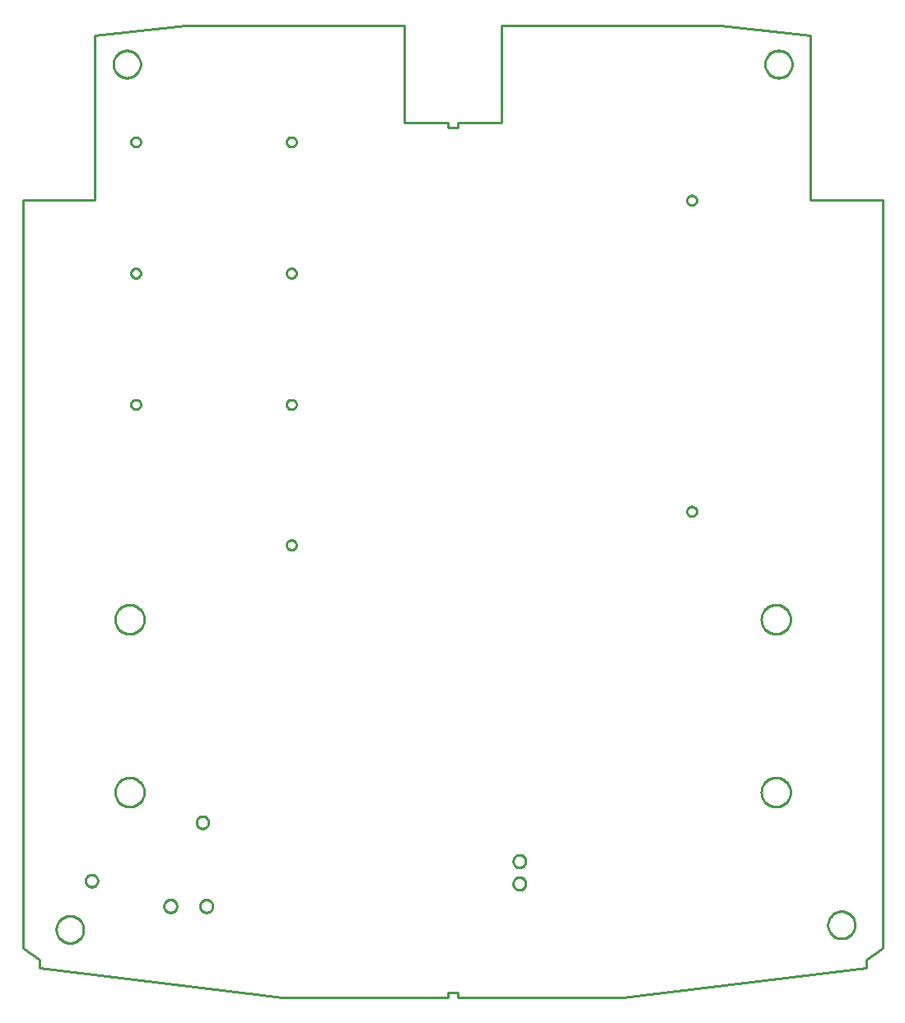
<source format=gbr>
G04 EAGLE Gerber X2 export*
%TF.Part,Single*%
%TF.FileFunction,Profile,NP*%
%TF.FilePolarity,Positive*%
%TF.GenerationSoftware,Autodesk,EAGLE,9.2.2*%
%TF.CreationDate,2019-01-20T22:07:49Z*%
G75*
%MOMM*%
%FSLAX34Y34*%
%LPD*%
%IN*%
%AMOC8*
5,1,8,0,0,1.08239X$1,22.5*%
G01*
%ADD10C,0.254000*%


D10*
X33000Y820000D02*
X33100Y50800D01*
X50000Y38900D01*
X50000Y30000D01*
X300000Y0D01*
X470000Y0D01*
X470000Y5000D01*
X480000Y5000D01*
X480000Y0D01*
X650000Y0D01*
X900000Y30000D01*
X900000Y38900D01*
X917000Y50800D01*
X917000Y820000D01*
X843000Y820000D01*
X843000Y990000D01*
X750000Y1000000D01*
X525000Y1000000D01*
X525000Y900000D01*
X480000Y900000D01*
X480000Y895000D01*
X470000Y895000D01*
X470000Y900000D01*
X425000Y900000D01*
X425000Y1000000D01*
X200000Y1000000D01*
X107000Y990000D01*
X107000Y820000D01*
X33000Y820000D01*
X304200Y744719D02*
X304263Y744161D01*
X304388Y743614D01*
X304573Y743084D01*
X304817Y742578D01*
X305116Y742102D01*
X305466Y741663D01*
X305863Y741266D01*
X306302Y740916D01*
X306778Y740617D01*
X307284Y740373D01*
X307814Y740188D01*
X308361Y740063D01*
X308919Y740000D01*
X309481Y740000D01*
X310039Y740063D01*
X310586Y740188D01*
X311116Y740373D01*
X311622Y740617D01*
X312098Y740916D01*
X312537Y741266D01*
X312934Y741663D01*
X313284Y742102D01*
X313583Y742578D01*
X313827Y743084D01*
X314012Y743614D01*
X314137Y744161D01*
X314200Y744719D01*
X314200Y745281D01*
X314137Y745839D01*
X314012Y746386D01*
X313827Y746916D01*
X313583Y747422D01*
X313284Y747898D01*
X312934Y748337D01*
X312537Y748734D01*
X312098Y749084D01*
X311622Y749383D01*
X311116Y749627D01*
X310586Y749812D01*
X310039Y749937D01*
X309481Y750000D01*
X308919Y750000D01*
X308361Y749937D01*
X307814Y749812D01*
X307284Y749627D01*
X306778Y749383D01*
X306302Y749084D01*
X305863Y748734D01*
X305466Y748337D01*
X305116Y747898D01*
X304817Y747422D01*
X304573Y746916D01*
X304388Y746386D01*
X304263Y745839D01*
X304200Y745281D01*
X304200Y744719D01*
X127800Y211636D02*
X127876Y212704D01*
X128029Y213765D01*
X128257Y214812D01*
X128559Y215840D01*
X128933Y216844D01*
X129378Y217819D01*
X129892Y218759D01*
X130471Y219660D01*
X131113Y220518D01*
X131815Y221328D01*
X132572Y222085D01*
X133382Y222787D01*
X134240Y223429D01*
X135141Y224008D01*
X136081Y224522D01*
X137056Y224967D01*
X138060Y225341D01*
X139088Y225643D01*
X140135Y225871D01*
X141196Y226024D01*
X142264Y226100D01*
X143336Y226100D01*
X144404Y226024D01*
X145465Y225871D01*
X146512Y225643D01*
X147540Y225341D01*
X148544Y224967D01*
X149519Y224522D01*
X150459Y224008D01*
X151360Y223429D01*
X152218Y222787D01*
X153028Y222085D01*
X153785Y221328D01*
X154487Y220518D01*
X155129Y219660D01*
X155708Y218759D01*
X156222Y217819D01*
X156667Y216844D01*
X157041Y215840D01*
X157343Y214812D01*
X157571Y213765D01*
X157724Y212704D01*
X157800Y211636D01*
X157800Y210564D01*
X157724Y209496D01*
X157571Y208435D01*
X157343Y207388D01*
X157041Y206360D01*
X156667Y205356D01*
X156222Y204381D01*
X155708Y203441D01*
X155129Y202540D01*
X154487Y201682D01*
X153785Y200872D01*
X153028Y200115D01*
X152218Y199413D01*
X151360Y198771D01*
X150459Y198192D01*
X149519Y197678D01*
X148544Y197233D01*
X147540Y196859D01*
X146512Y196557D01*
X145465Y196329D01*
X144404Y196176D01*
X143336Y196100D01*
X142264Y196100D01*
X141196Y196176D01*
X140135Y196329D01*
X139088Y196557D01*
X138060Y196859D01*
X137056Y197233D01*
X136081Y197678D01*
X135141Y198192D01*
X134240Y198771D01*
X133382Y199413D01*
X132572Y200115D01*
X131815Y200872D01*
X131113Y201682D01*
X130471Y202540D01*
X129892Y203441D01*
X129378Y204381D01*
X128933Y205356D01*
X128559Y206360D01*
X128257Y207388D01*
X128029Y208435D01*
X127876Y209496D01*
X127800Y210564D01*
X127800Y211636D01*
X127800Y389436D02*
X127876Y390504D01*
X128029Y391565D01*
X128257Y392612D01*
X128559Y393640D01*
X128933Y394644D01*
X129378Y395619D01*
X129892Y396559D01*
X130471Y397460D01*
X131113Y398318D01*
X131815Y399128D01*
X132572Y399885D01*
X133382Y400587D01*
X134240Y401229D01*
X135141Y401808D01*
X136081Y402322D01*
X137056Y402767D01*
X138060Y403141D01*
X139088Y403443D01*
X140135Y403671D01*
X141196Y403824D01*
X142264Y403900D01*
X143336Y403900D01*
X144404Y403824D01*
X145465Y403671D01*
X146512Y403443D01*
X147540Y403141D01*
X148544Y402767D01*
X149519Y402322D01*
X150459Y401808D01*
X151360Y401229D01*
X152218Y400587D01*
X153028Y399885D01*
X153785Y399128D01*
X154487Y398318D01*
X155129Y397460D01*
X155708Y396559D01*
X156222Y395619D01*
X156667Y394644D01*
X157041Y393640D01*
X157343Y392612D01*
X157571Y391565D01*
X157724Y390504D01*
X157800Y389436D01*
X157800Y388364D01*
X157724Y387296D01*
X157571Y386235D01*
X157343Y385188D01*
X157041Y384160D01*
X156667Y383156D01*
X156222Y382181D01*
X155708Y381241D01*
X155129Y380340D01*
X154487Y379482D01*
X153785Y378672D01*
X153028Y377915D01*
X152218Y377213D01*
X151360Y376571D01*
X150459Y375992D01*
X149519Y375478D01*
X148544Y375033D01*
X147540Y374659D01*
X146512Y374357D01*
X145465Y374129D01*
X144404Y373976D01*
X143336Y373900D01*
X142264Y373900D01*
X141196Y373976D01*
X140135Y374129D01*
X139088Y374357D01*
X138060Y374659D01*
X137056Y375033D01*
X136081Y375478D01*
X135141Y375992D01*
X134240Y376571D01*
X133382Y377213D01*
X132572Y377915D01*
X131815Y378672D01*
X131113Y379482D01*
X130471Y380340D01*
X129892Y381241D01*
X129378Y382181D01*
X128933Y383156D01*
X128559Y384160D01*
X128257Y385188D01*
X128029Y386235D01*
X127876Y387296D01*
X127800Y388364D01*
X127800Y389436D01*
X304200Y879719D02*
X304263Y879161D01*
X304388Y878614D01*
X304573Y878084D01*
X304817Y877578D01*
X305116Y877102D01*
X305466Y876663D01*
X305863Y876266D01*
X306302Y875916D01*
X306778Y875617D01*
X307284Y875373D01*
X307814Y875188D01*
X308361Y875063D01*
X308919Y875000D01*
X309481Y875000D01*
X310039Y875063D01*
X310586Y875188D01*
X311116Y875373D01*
X311622Y875617D01*
X312098Y875916D01*
X312537Y876266D01*
X312934Y876663D01*
X313284Y877102D01*
X313583Y877578D01*
X313827Y878084D01*
X314012Y878614D01*
X314137Y879161D01*
X314200Y879719D01*
X314200Y880281D01*
X314137Y880839D01*
X314012Y881386D01*
X313827Y881916D01*
X313583Y882422D01*
X313284Y882898D01*
X312934Y883337D01*
X312537Y883734D01*
X312098Y884084D01*
X311622Y884383D01*
X311116Y884627D01*
X310586Y884812D01*
X310039Y884937D01*
X309481Y885000D01*
X308919Y885000D01*
X308361Y884937D01*
X307814Y884812D01*
X307284Y884627D01*
X306778Y884383D01*
X306302Y884084D01*
X305863Y883734D01*
X305466Y883337D01*
X305116Y882898D01*
X304817Y882422D01*
X304573Y881916D01*
X304388Y881386D01*
X304263Y880839D01*
X304200Y880281D01*
X304200Y879719D01*
X154200Y880281D02*
X154137Y880839D01*
X154012Y881386D01*
X153827Y881916D01*
X153583Y882422D01*
X153284Y882898D01*
X152934Y883337D01*
X152537Y883734D01*
X152098Y884084D01*
X151622Y884383D01*
X151116Y884627D01*
X150586Y884812D01*
X150039Y884937D01*
X149481Y885000D01*
X148919Y885000D01*
X148361Y884937D01*
X147814Y884812D01*
X147284Y884627D01*
X146778Y884383D01*
X146302Y884084D01*
X145863Y883734D01*
X145466Y883337D01*
X145116Y882898D01*
X144817Y882422D01*
X144573Y881916D01*
X144388Y881386D01*
X144263Y880839D01*
X144200Y880281D01*
X144200Y879719D01*
X144263Y879161D01*
X144388Y878614D01*
X144573Y878084D01*
X144817Y877578D01*
X145116Y877102D01*
X145466Y876663D01*
X145863Y876266D01*
X146302Y875916D01*
X146778Y875617D01*
X147284Y875373D01*
X147814Y875188D01*
X148361Y875063D01*
X148919Y875000D01*
X149481Y875000D01*
X150039Y875063D01*
X150586Y875188D01*
X151116Y875373D01*
X151622Y875617D01*
X152098Y875916D01*
X152537Y876266D01*
X152934Y876663D01*
X153284Y877102D01*
X153583Y877578D01*
X153827Y878084D01*
X154012Y878614D01*
X154137Y879161D01*
X154200Y879719D01*
X154200Y880281D01*
X822300Y388364D02*
X822224Y387296D01*
X822071Y386235D01*
X821843Y385188D01*
X821541Y384160D01*
X821167Y383156D01*
X820722Y382181D01*
X820208Y381241D01*
X819629Y380340D01*
X818987Y379482D01*
X818285Y378672D01*
X817528Y377915D01*
X816718Y377213D01*
X815860Y376571D01*
X814959Y375992D01*
X814019Y375478D01*
X813044Y375033D01*
X812040Y374659D01*
X811012Y374357D01*
X809965Y374129D01*
X808904Y373976D01*
X807836Y373900D01*
X806764Y373900D01*
X805696Y373976D01*
X804635Y374129D01*
X803588Y374357D01*
X802560Y374659D01*
X801556Y375033D01*
X800581Y375478D01*
X799641Y375992D01*
X798740Y376571D01*
X797882Y377213D01*
X797072Y377915D01*
X796315Y378672D01*
X795613Y379482D01*
X794971Y380340D01*
X794392Y381241D01*
X793878Y382181D01*
X793433Y383156D01*
X793059Y384160D01*
X792757Y385188D01*
X792529Y386235D01*
X792376Y387296D01*
X792300Y388364D01*
X792300Y389436D01*
X792376Y390504D01*
X792529Y391565D01*
X792757Y392612D01*
X793059Y393640D01*
X793433Y394644D01*
X793878Y395619D01*
X794392Y396559D01*
X794971Y397460D01*
X795613Y398318D01*
X796315Y399128D01*
X797072Y399885D01*
X797882Y400587D01*
X798740Y401229D01*
X799641Y401808D01*
X800581Y402322D01*
X801556Y402767D01*
X802560Y403141D01*
X803588Y403443D01*
X804635Y403671D01*
X805696Y403824D01*
X806764Y403900D01*
X807836Y403900D01*
X808904Y403824D01*
X809965Y403671D01*
X811012Y403443D01*
X812040Y403141D01*
X813044Y402767D01*
X814019Y402322D01*
X814959Y401808D01*
X815860Y401229D01*
X816718Y400587D01*
X817528Y399885D01*
X818285Y399128D01*
X818987Y398318D01*
X819629Y397460D01*
X820208Y396559D01*
X820722Y395619D01*
X821167Y394644D01*
X821541Y393640D01*
X821843Y392612D01*
X822071Y391565D01*
X822224Y390504D01*
X822300Y389436D01*
X822300Y388364D01*
X822300Y210564D02*
X822224Y209496D01*
X822071Y208435D01*
X821843Y207388D01*
X821541Y206360D01*
X821167Y205356D01*
X820722Y204381D01*
X820208Y203441D01*
X819629Y202540D01*
X818987Y201682D01*
X818285Y200872D01*
X817528Y200115D01*
X816718Y199413D01*
X815860Y198771D01*
X814959Y198192D01*
X814019Y197678D01*
X813044Y197233D01*
X812040Y196859D01*
X811012Y196557D01*
X809965Y196329D01*
X808904Y196176D01*
X807836Y196100D01*
X806764Y196100D01*
X805696Y196176D01*
X804635Y196329D01*
X803588Y196557D01*
X802560Y196859D01*
X801556Y197233D01*
X800581Y197678D01*
X799641Y198192D01*
X798740Y198771D01*
X797882Y199413D01*
X797072Y200115D01*
X796315Y200872D01*
X795613Y201682D01*
X794971Y202540D01*
X794392Y203441D01*
X793878Y204381D01*
X793433Y205356D01*
X793059Y206360D01*
X792757Y207388D01*
X792529Y208435D01*
X792376Y209496D01*
X792300Y210564D01*
X792300Y211636D01*
X792376Y212704D01*
X792529Y213765D01*
X792757Y214812D01*
X793059Y215840D01*
X793433Y216844D01*
X793878Y217819D01*
X794392Y218759D01*
X794971Y219660D01*
X795613Y220518D01*
X796315Y221328D01*
X797072Y222085D01*
X797882Y222787D01*
X798740Y223429D01*
X799641Y224008D01*
X800581Y224522D01*
X801556Y224967D01*
X802560Y225341D01*
X803588Y225643D01*
X804635Y225871D01*
X805696Y226024D01*
X806764Y226100D01*
X807836Y226100D01*
X808904Y226024D01*
X809965Y225871D01*
X811012Y225643D01*
X812040Y225341D01*
X813044Y224967D01*
X814019Y224522D01*
X814959Y224008D01*
X815860Y223429D01*
X816718Y222787D01*
X817528Y222085D01*
X818285Y221328D01*
X818987Y220518D01*
X819629Y219660D01*
X820208Y218759D01*
X820722Y217819D01*
X821167Y216844D01*
X821541Y215840D01*
X821843Y214812D01*
X822071Y213765D01*
X822224Y212704D01*
X822300Y211636D01*
X822300Y210564D01*
X720519Y825000D02*
X719961Y824937D01*
X719414Y824812D01*
X718884Y824627D01*
X718378Y824383D01*
X717902Y824084D01*
X717463Y823734D01*
X717066Y823337D01*
X716716Y822898D01*
X716417Y822422D01*
X716173Y821916D01*
X715988Y821386D01*
X715863Y820839D01*
X715800Y820281D01*
X715800Y819719D01*
X715863Y819161D01*
X715988Y818614D01*
X716173Y818084D01*
X716417Y817578D01*
X716716Y817102D01*
X717066Y816663D01*
X717463Y816266D01*
X717902Y815916D01*
X718378Y815617D01*
X718884Y815373D01*
X719414Y815188D01*
X719961Y815063D01*
X720519Y815000D01*
X721081Y815000D01*
X721639Y815063D01*
X722186Y815188D01*
X722716Y815373D01*
X723222Y815617D01*
X723698Y815916D01*
X724137Y816266D01*
X724534Y816663D01*
X724884Y817102D01*
X725183Y817578D01*
X725427Y818084D01*
X725612Y818614D01*
X725737Y819161D01*
X725800Y819719D01*
X725800Y820281D01*
X725737Y820839D01*
X725612Y821386D01*
X725427Y821916D01*
X725183Y822422D01*
X724884Y822898D01*
X724534Y823337D01*
X724137Y823734D01*
X723698Y824084D01*
X723222Y824383D01*
X722716Y824627D01*
X722186Y824812D01*
X721639Y824937D01*
X721081Y825000D01*
X720519Y825000D01*
X314200Y465681D02*
X314137Y466239D01*
X314012Y466786D01*
X313827Y467316D01*
X313583Y467822D01*
X313284Y468298D01*
X312934Y468737D01*
X312537Y469134D01*
X312098Y469484D01*
X311622Y469783D01*
X311116Y470027D01*
X310586Y470212D01*
X310039Y470337D01*
X309481Y470400D01*
X308919Y470400D01*
X308361Y470337D01*
X307814Y470212D01*
X307284Y470027D01*
X306778Y469783D01*
X306302Y469484D01*
X305863Y469134D01*
X305466Y468737D01*
X305116Y468298D01*
X304817Y467822D01*
X304573Y467316D01*
X304388Y466786D01*
X304263Y466239D01*
X304200Y465681D01*
X304200Y465119D01*
X304263Y464561D01*
X304388Y464014D01*
X304573Y463484D01*
X304817Y462978D01*
X305116Y462502D01*
X305466Y462063D01*
X305863Y461666D01*
X306302Y461316D01*
X306778Y461017D01*
X307284Y460773D01*
X307814Y460588D01*
X308361Y460463D01*
X308919Y460400D01*
X309481Y460400D01*
X310039Y460463D01*
X310586Y460588D01*
X311116Y460773D01*
X311622Y461017D01*
X312098Y461316D01*
X312537Y461666D01*
X312934Y462063D01*
X313284Y462502D01*
X313583Y462978D01*
X313827Y463484D01*
X314012Y464014D01*
X314137Y464561D01*
X314200Y465119D01*
X314200Y465681D01*
X154200Y745281D02*
X154137Y745839D01*
X154012Y746386D01*
X153827Y746916D01*
X153583Y747422D01*
X153284Y747898D01*
X152934Y748337D01*
X152537Y748734D01*
X152098Y749084D01*
X151622Y749383D01*
X151116Y749627D01*
X150586Y749812D01*
X150039Y749937D01*
X149481Y750000D01*
X148919Y750000D01*
X148361Y749937D01*
X147814Y749812D01*
X147284Y749627D01*
X146778Y749383D01*
X146302Y749084D01*
X145863Y748734D01*
X145466Y748337D01*
X145116Y747898D01*
X144817Y747422D01*
X144573Y746916D01*
X144388Y746386D01*
X144263Y745839D01*
X144200Y745281D01*
X144200Y744719D01*
X144263Y744161D01*
X144388Y743614D01*
X144573Y743084D01*
X144817Y742578D01*
X145116Y742102D01*
X145466Y741663D01*
X145863Y741266D01*
X146302Y740916D01*
X146778Y740617D01*
X147284Y740373D01*
X147814Y740188D01*
X148361Y740063D01*
X148919Y740000D01*
X149481Y740000D01*
X150039Y740063D01*
X150586Y740188D01*
X151116Y740373D01*
X151622Y740617D01*
X152098Y740916D01*
X152537Y741266D01*
X152934Y741663D01*
X153284Y742102D01*
X153583Y742578D01*
X153827Y743084D01*
X154012Y743614D01*
X154137Y744161D01*
X154200Y744719D01*
X154200Y745281D01*
X725800Y500281D02*
X725737Y500839D01*
X725612Y501386D01*
X725427Y501916D01*
X725183Y502422D01*
X724884Y502898D01*
X724534Y503337D01*
X724137Y503734D01*
X723698Y504084D01*
X723222Y504383D01*
X722716Y504627D01*
X722186Y504812D01*
X721639Y504937D01*
X721081Y505000D01*
X720519Y505000D01*
X719961Y504937D01*
X719414Y504812D01*
X718884Y504627D01*
X718378Y504383D01*
X717902Y504084D01*
X717463Y503734D01*
X717066Y503337D01*
X716716Y502898D01*
X716417Y502422D01*
X716173Y501916D01*
X715988Y501386D01*
X715863Y500839D01*
X715800Y500281D01*
X715800Y499719D01*
X715863Y499161D01*
X715988Y498614D01*
X716173Y498084D01*
X716417Y497578D01*
X716716Y497102D01*
X717066Y496663D01*
X717463Y496266D01*
X717902Y495916D01*
X718378Y495617D01*
X718884Y495373D01*
X719414Y495188D01*
X719961Y495063D01*
X720519Y495000D01*
X721081Y495000D01*
X721639Y495063D01*
X722186Y495188D01*
X722716Y495373D01*
X723222Y495617D01*
X723698Y495916D01*
X724137Y496266D01*
X724534Y496663D01*
X724884Y497102D01*
X725183Y497578D01*
X725427Y498084D01*
X725612Y498614D01*
X725737Y499161D01*
X725800Y499719D01*
X725800Y500281D01*
X110050Y119649D02*
X109971Y118951D01*
X109815Y118267D01*
X109583Y117604D01*
X109279Y116972D01*
X108905Y116378D01*
X108468Y115829D01*
X107971Y115332D01*
X107422Y114895D01*
X106828Y114521D01*
X106196Y114217D01*
X105533Y113985D01*
X104849Y113829D01*
X104151Y113750D01*
X103449Y113750D01*
X102751Y113829D01*
X102067Y113985D01*
X101404Y114217D01*
X100772Y114521D01*
X100178Y114895D01*
X99629Y115332D01*
X99132Y115829D01*
X98695Y116378D01*
X98321Y116972D01*
X98017Y117604D01*
X97785Y118267D01*
X97629Y118951D01*
X97550Y119649D01*
X97550Y120351D01*
X97629Y121049D01*
X97785Y121733D01*
X98017Y122396D01*
X98321Y123028D01*
X98695Y123622D01*
X99132Y124171D01*
X99629Y124668D01*
X100178Y125105D01*
X100772Y125479D01*
X101404Y125783D01*
X102067Y126015D01*
X102751Y126171D01*
X103449Y126250D01*
X104151Y126250D01*
X104849Y126171D01*
X105533Y126015D01*
X106196Y125783D01*
X106828Y125479D01*
X107422Y125105D01*
X107971Y124668D01*
X108468Y124171D01*
X108905Y123622D01*
X109279Y123028D01*
X109583Y122396D01*
X109815Y121733D01*
X109971Y121049D01*
X110050Y120351D01*
X110050Y119649D01*
X224050Y179649D02*
X223971Y178951D01*
X223815Y178267D01*
X223583Y177604D01*
X223279Y176972D01*
X222905Y176378D01*
X222468Y175829D01*
X221971Y175332D01*
X221422Y174895D01*
X220828Y174521D01*
X220196Y174217D01*
X219533Y173985D01*
X218849Y173829D01*
X218151Y173750D01*
X217449Y173750D01*
X216751Y173829D01*
X216067Y173985D01*
X215404Y174217D01*
X214772Y174521D01*
X214178Y174895D01*
X213629Y175332D01*
X213132Y175829D01*
X212695Y176378D01*
X212321Y176972D01*
X212017Y177604D01*
X211785Y178267D01*
X211629Y178951D01*
X211550Y179649D01*
X211550Y180351D01*
X211629Y181049D01*
X211785Y181733D01*
X212017Y182396D01*
X212321Y183028D01*
X212695Y183622D01*
X213132Y184171D01*
X213629Y184668D01*
X214178Y185105D01*
X214772Y185479D01*
X215404Y185783D01*
X216067Y186015D01*
X216751Y186171D01*
X217449Y186250D01*
X218151Y186250D01*
X218849Y186171D01*
X219533Y186015D01*
X220196Y185783D01*
X220828Y185479D01*
X221422Y185105D01*
X221971Y184668D01*
X222468Y184171D01*
X222905Y183622D01*
X223279Y183028D01*
X223583Y182396D01*
X223815Y181733D01*
X223971Y181049D01*
X224050Y180351D01*
X224050Y179649D01*
X154000Y959500D02*
X153929Y958503D01*
X153786Y957513D01*
X153574Y956536D01*
X153292Y955576D01*
X152943Y954639D01*
X152527Y953729D01*
X152048Y952852D01*
X151507Y952010D01*
X150908Y951210D01*
X150253Y950454D01*
X149546Y949747D01*
X148790Y949092D01*
X147990Y948493D01*
X147148Y947952D01*
X146271Y947473D01*
X145361Y947057D01*
X144424Y946708D01*
X143465Y946426D01*
X142487Y946214D01*
X141498Y946071D01*
X140500Y946000D01*
X139500Y946000D01*
X138503Y946071D01*
X137513Y946214D01*
X136536Y946426D01*
X135576Y946708D01*
X134639Y947057D01*
X133729Y947473D01*
X132852Y947952D01*
X132010Y948493D01*
X131210Y949092D01*
X130454Y949747D01*
X129747Y950454D01*
X129092Y951210D01*
X128493Y952010D01*
X127952Y952852D01*
X127473Y953729D01*
X127057Y954639D01*
X126708Y955576D01*
X126426Y956536D01*
X126214Y957513D01*
X126071Y958503D01*
X126000Y959500D01*
X126000Y960500D01*
X126071Y961498D01*
X126214Y962487D01*
X126426Y963465D01*
X126708Y964424D01*
X127057Y965361D01*
X127473Y966271D01*
X127952Y967148D01*
X128493Y967990D01*
X129092Y968790D01*
X129747Y969546D01*
X130454Y970253D01*
X131210Y970908D01*
X132010Y971507D01*
X132852Y972048D01*
X133729Y972527D01*
X134639Y972943D01*
X135576Y973292D01*
X136536Y973574D01*
X137513Y973786D01*
X138503Y973929D01*
X139500Y974000D01*
X140500Y974000D01*
X141498Y973929D01*
X142487Y973786D01*
X143465Y973574D01*
X144424Y973292D01*
X145361Y972943D01*
X146271Y972527D01*
X147148Y972048D01*
X147990Y971507D01*
X148790Y970908D01*
X149546Y970253D01*
X150253Y969546D01*
X150908Y968790D01*
X151507Y967990D01*
X152048Y967148D01*
X152527Y966271D01*
X152943Y965361D01*
X153292Y964424D01*
X153574Y963465D01*
X153786Y962487D01*
X153929Y961498D01*
X154000Y960500D01*
X154000Y959500D01*
X824000Y959500D02*
X823929Y958503D01*
X823786Y957513D01*
X823574Y956536D01*
X823292Y955576D01*
X822943Y954639D01*
X822527Y953729D01*
X822048Y952852D01*
X821507Y952010D01*
X820908Y951210D01*
X820253Y950454D01*
X819546Y949747D01*
X818790Y949092D01*
X817990Y948493D01*
X817148Y947952D01*
X816271Y947473D01*
X815361Y947057D01*
X814424Y946708D01*
X813465Y946426D01*
X812487Y946214D01*
X811498Y946071D01*
X810500Y946000D01*
X809500Y946000D01*
X808503Y946071D01*
X807513Y946214D01*
X806536Y946426D01*
X805576Y946708D01*
X804639Y947057D01*
X803729Y947473D01*
X802852Y947952D01*
X802010Y948493D01*
X801210Y949092D01*
X800454Y949747D01*
X799747Y950454D01*
X799092Y951210D01*
X798493Y952010D01*
X797952Y952852D01*
X797473Y953729D01*
X797057Y954639D01*
X796708Y955576D01*
X796426Y956536D01*
X796214Y957513D01*
X796071Y958503D01*
X796000Y959500D01*
X796000Y960500D01*
X796071Y961498D01*
X796214Y962487D01*
X796426Y963465D01*
X796708Y964424D01*
X797057Y965361D01*
X797473Y966271D01*
X797952Y967148D01*
X798493Y967990D01*
X799092Y968790D01*
X799747Y969546D01*
X800454Y970253D01*
X801210Y970908D01*
X802010Y971507D01*
X802852Y972048D01*
X803729Y972527D01*
X804639Y972943D01*
X805576Y973292D01*
X806536Y973574D01*
X807513Y973786D01*
X808503Y973929D01*
X809500Y974000D01*
X810500Y974000D01*
X811498Y973929D01*
X812487Y973786D01*
X813465Y973574D01*
X814424Y973292D01*
X815361Y972943D01*
X816271Y972527D01*
X817148Y972048D01*
X817990Y971507D01*
X818790Y970908D01*
X819546Y970253D01*
X820253Y969546D01*
X820908Y968790D01*
X821507Y967990D01*
X822048Y967148D01*
X822527Y966271D01*
X822943Y965361D01*
X823292Y964424D01*
X823574Y963465D01*
X823786Y962487D01*
X823929Y961498D01*
X824000Y960500D01*
X824000Y959500D01*
X154200Y610281D02*
X154137Y610839D01*
X154012Y611386D01*
X153827Y611916D01*
X153583Y612422D01*
X153284Y612898D01*
X152934Y613337D01*
X152537Y613734D01*
X152098Y614084D01*
X151622Y614383D01*
X151116Y614627D01*
X150586Y614812D01*
X150039Y614937D01*
X149481Y615000D01*
X148919Y615000D01*
X148361Y614937D01*
X147814Y614812D01*
X147284Y614627D01*
X146778Y614383D01*
X146302Y614084D01*
X145863Y613734D01*
X145466Y613337D01*
X145116Y612898D01*
X144817Y612422D01*
X144573Y611916D01*
X144388Y611386D01*
X144263Y610839D01*
X144200Y610281D01*
X144200Y609719D01*
X144263Y609161D01*
X144388Y608614D01*
X144573Y608084D01*
X144817Y607578D01*
X145116Y607102D01*
X145466Y606663D01*
X145863Y606266D01*
X146302Y605916D01*
X146778Y605617D01*
X147284Y605373D01*
X147814Y605188D01*
X148361Y605063D01*
X148919Y605000D01*
X149481Y605000D01*
X150039Y605063D01*
X150586Y605188D01*
X151116Y605373D01*
X151622Y605617D01*
X152098Y605916D01*
X152537Y606266D01*
X152934Y606663D01*
X153284Y607102D01*
X153583Y607578D01*
X153827Y608084D01*
X154012Y608614D01*
X154137Y609161D01*
X154200Y609719D01*
X154200Y610281D01*
X304200Y609719D02*
X304263Y609161D01*
X304388Y608614D01*
X304573Y608084D01*
X304817Y607578D01*
X305116Y607102D01*
X305466Y606663D01*
X305863Y606266D01*
X306302Y605916D01*
X306778Y605617D01*
X307284Y605373D01*
X307814Y605188D01*
X308361Y605063D01*
X308919Y605000D01*
X309481Y605000D01*
X310039Y605063D01*
X310586Y605188D01*
X311116Y605373D01*
X311622Y605617D01*
X312098Y605916D01*
X312537Y606266D01*
X312934Y606663D01*
X313284Y607102D01*
X313583Y607578D01*
X313827Y608084D01*
X314012Y608614D01*
X314137Y609161D01*
X314200Y609719D01*
X314200Y610281D01*
X314137Y610839D01*
X314012Y611386D01*
X313827Y611916D01*
X313583Y612422D01*
X313284Y612898D01*
X312934Y613337D01*
X312537Y613734D01*
X312098Y614084D01*
X311622Y614383D01*
X311116Y614627D01*
X310586Y614812D01*
X310039Y614937D01*
X309481Y615000D01*
X308919Y615000D01*
X308361Y614937D01*
X307814Y614812D01*
X307284Y614627D01*
X306778Y614383D01*
X306302Y614084D01*
X305863Y613734D01*
X305466Y613337D01*
X305116Y612898D01*
X304817Y612422D01*
X304573Y611916D01*
X304388Y611386D01*
X304263Y610839D01*
X304200Y610281D01*
X304200Y609719D01*
X95480Y69380D02*
X95409Y68383D01*
X95266Y67393D01*
X95054Y66416D01*
X94772Y65456D01*
X94423Y64519D01*
X94007Y63609D01*
X93528Y62732D01*
X92987Y61890D01*
X92388Y61090D01*
X91733Y60334D01*
X91026Y59627D01*
X90270Y58972D01*
X89470Y58373D01*
X88628Y57832D01*
X87751Y57353D01*
X86841Y56937D01*
X85904Y56588D01*
X84945Y56306D01*
X83967Y56094D01*
X82978Y55951D01*
X81980Y55880D01*
X80980Y55880D01*
X79983Y55951D01*
X78993Y56094D01*
X78016Y56306D01*
X77056Y56588D01*
X76119Y56937D01*
X75209Y57353D01*
X74332Y57832D01*
X73490Y58373D01*
X72690Y58972D01*
X71934Y59627D01*
X71227Y60334D01*
X70572Y61090D01*
X69973Y61890D01*
X69432Y62732D01*
X68953Y63609D01*
X68537Y64519D01*
X68188Y65456D01*
X67906Y66416D01*
X67694Y67393D01*
X67551Y68383D01*
X67480Y69380D01*
X67480Y70380D01*
X67551Y71378D01*
X67694Y72367D01*
X67906Y73345D01*
X68188Y74304D01*
X68537Y75241D01*
X68953Y76151D01*
X69432Y77028D01*
X69973Y77870D01*
X70572Y78670D01*
X71227Y79426D01*
X71934Y80133D01*
X72690Y80788D01*
X73490Y81387D01*
X74332Y81928D01*
X75209Y82407D01*
X76119Y82823D01*
X77056Y83172D01*
X78016Y83454D01*
X78993Y83666D01*
X79983Y83809D01*
X80980Y83880D01*
X81980Y83880D01*
X82978Y83809D01*
X83967Y83666D01*
X84945Y83454D01*
X85904Y83172D01*
X86841Y82823D01*
X87751Y82407D01*
X88628Y81928D01*
X89470Y81387D01*
X90270Y80788D01*
X91026Y80133D01*
X91733Y79426D01*
X92388Y78670D01*
X92987Y77870D01*
X93528Y77028D01*
X94007Y76151D01*
X94423Y75241D01*
X94772Y74304D01*
X95054Y73345D01*
X95266Y72367D01*
X95409Y71378D01*
X95480Y70380D01*
X95480Y69380D01*
X888680Y74000D02*
X888609Y73003D01*
X888466Y72013D01*
X888254Y71036D01*
X887972Y70076D01*
X887623Y69139D01*
X887207Y68229D01*
X886728Y67352D01*
X886187Y66510D01*
X885588Y65710D01*
X884933Y64954D01*
X884226Y64247D01*
X883470Y63592D01*
X882670Y62993D01*
X881828Y62452D01*
X880951Y61973D01*
X880041Y61557D01*
X879104Y61208D01*
X878145Y60926D01*
X877167Y60714D01*
X876178Y60571D01*
X875180Y60500D01*
X874180Y60500D01*
X873183Y60571D01*
X872193Y60714D01*
X871216Y60926D01*
X870256Y61208D01*
X869319Y61557D01*
X868409Y61973D01*
X867532Y62452D01*
X866690Y62993D01*
X865890Y63592D01*
X865134Y64247D01*
X864427Y64954D01*
X863772Y65710D01*
X863173Y66510D01*
X862632Y67352D01*
X862153Y68229D01*
X861737Y69139D01*
X861388Y70076D01*
X861106Y71036D01*
X860894Y72013D01*
X860751Y73003D01*
X860680Y74000D01*
X860680Y75000D01*
X860751Y75998D01*
X860894Y76987D01*
X861106Y77965D01*
X861388Y78924D01*
X861737Y79861D01*
X862153Y80771D01*
X862632Y81648D01*
X863173Y82490D01*
X863772Y83290D01*
X864427Y84046D01*
X865134Y84753D01*
X865890Y85408D01*
X866690Y86007D01*
X867532Y86548D01*
X868409Y87027D01*
X869319Y87443D01*
X870256Y87792D01*
X871216Y88074D01*
X872193Y88286D01*
X873183Y88429D01*
X874180Y88500D01*
X875180Y88500D01*
X876178Y88429D01*
X877167Y88286D01*
X878145Y88074D01*
X879104Y87792D01*
X880041Y87443D01*
X880951Y87027D01*
X881828Y86548D01*
X882670Y86007D01*
X883470Y85408D01*
X884226Y84753D01*
X884933Y84046D01*
X885588Y83290D01*
X886187Y82490D01*
X886728Y81648D01*
X887207Y80771D01*
X887623Y79861D01*
X887972Y78924D01*
X888254Y77965D01*
X888466Y76987D01*
X888609Y75998D01*
X888680Y75000D01*
X888680Y74000D01*
X191280Y93621D02*
X191217Y92985D01*
X191093Y92359D01*
X190907Y91748D01*
X190663Y91158D01*
X190362Y90594D01*
X190007Y90063D01*
X189602Y89570D01*
X189150Y89118D01*
X188657Y88713D01*
X188126Y88358D01*
X187562Y88057D01*
X186972Y87813D01*
X186361Y87627D01*
X185735Y87503D01*
X185099Y87440D01*
X184461Y87440D01*
X183825Y87503D01*
X183199Y87627D01*
X182588Y87813D01*
X181998Y88057D01*
X181434Y88358D01*
X180903Y88713D01*
X180410Y89118D01*
X179958Y89570D01*
X179553Y90063D01*
X179198Y90594D01*
X178897Y91158D01*
X178653Y91748D01*
X178467Y92359D01*
X178343Y92985D01*
X178280Y93621D01*
X178280Y94259D01*
X178343Y94895D01*
X178467Y95521D01*
X178653Y96132D01*
X178897Y96722D01*
X179198Y97286D01*
X179553Y97817D01*
X179958Y98310D01*
X180410Y98762D01*
X180903Y99167D01*
X181434Y99522D01*
X181998Y99823D01*
X182588Y100067D01*
X183199Y100253D01*
X183825Y100377D01*
X184461Y100440D01*
X185099Y100440D01*
X185735Y100377D01*
X186361Y100253D01*
X186972Y100067D01*
X187562Y99823D01*
X188126Y99522D01*
X188657Y99167D01*
X189150Y98762D01*
X189602Y98310D01*
X190007Y97817D01*
X190362Y97286D01*
X190663Y96722D01*
X190907Y96132D01*
X191093Y95521D01*
X191217Y94895D01*
X191280Y94259D01*
X191280Y93621D01*
X228240Y93621D02*
X228177Y92985D01*
X228053Y92359D01*
X227867Y91748D01*
X227623Y91158D01*
X227322Y90594D01*
X226967Y90063D01*
X226562Y89570D01*
X226110Y89118D01*
X225617Y88713D01*
X225086Y88358D01*
X224522Y88057D01*
X223932Y87813D01*
X223321Y87627D01*
X222695Y87503D01*
X222059Y87440D01*
X221421Y87440D01*
X220785Y87503D01*
X220159Y87627D01*
X219548Y87813D01*
X218958Y88057D01*
X218394Y88358D01*
X217863Y88713D01*
X217370Y89118D01*
X216918Y89570D01*
X216513Y90063D01*
X216158Y90594D01*
X215857Y91158D01*
X215613Y91748D01*
X215427Y92359D01*
X215303Y92985D01*
X215240Y93621D01*
X215240Y94259D01*
X215303Y94895D01*
X215427Y95521D01*
X215613Y96132D01*
X215857Y96722D01*
X216158Y97286D01*
X216513Y97817D01*
X216918Y98310D01*
X217370Y98762D01*
X217863Y99167D01*
X218394Y99522D01*
X218958Y99823D01*
X219548Y100067D01*
X220159Y100253D01*
X220785Y100377D01*
X221421Y100440D01*
X222059Y100440D01*
X222695Y100377D01*
X223321Y100253D01*
X223932Y100067D01*
X224522Y99823D01*
X225086Y99522D01*
X225617Y99167D01*
X226110Y98762D01*
X226562Y98310D01*
X226967Y97817D01*
X227322Y97286D01*
X227623Y96722D01*
X227867Y96132D01*
X228053Y95521D01*
X228177Y94895D01*
X228240Y94259D01*
X228240Y93621D01*
X550100Y116721D02*
X550037Y116085D01*
X549913Y115459D01*
X549727Y114848D01*
X549483Y114258D01*
X549182Y113694D01*
X548827Y113163D01*
X548422Y112670D01*
X547970Y112218D01*
X547477Y111813D01*
X546946Y111458D01*
X546382Y111157D01*
X545792Y110913D01*
X545181Y110727D01*
X544555Y110603D01*
X543919Y110540D01*
X543281Y110540D01*
X542645Y110603D01*
X542019Y110727D01*
X541408Y110913D01*
X540818Y111157D01*
X540254Y111458D01*
X539723Y111813D01*
X539230Y112218D01*
X538778Y112670D01*
X538373Y113163D01*
X538018Y113694D01*
X537717Y114258D01*
X537473Y114848D01*
X537287Y115459D01*
X537163Y116085D01*
X537100Y116721D01*
X537100Y117359D01*
X537163Y117995D01*
X537287Y118621D01*
X537473Y119232D01*
X537717Y119822D01*
X538018Y120386D01*
X538373Y120917D01*
X538778Y121410D01*
X539230Y121862D01*
X539723Y122267D01*
X540254Y122622D01*
X540818Y122923D01*
X541408Y123167D01*
X542019Y123353D01*
X542645Y123477D01*
X543281Y123540D01*
X543919Y123540D01*
X544555Y123477D01*
X545181Y123353D01*
X545792Y123167D01*
X546382Y122923D01*
X546946Y122622D01*
X547477Y122267D01*
X547970Y121862D01*
X548422Y121410D01*
X548827Y120917D01*
X549182Y120386D01*
X549483Y119822D01*
X549727Y119232D01*
X549913Y118621D01*
X550037Y117995D01*
X550100Y117359D01*
X550100Y116721D01*
X550100Y139821D02*
X550037Y139185D01*
X549913Y138559D01*
X549727Y137948D01*
X549483Y137358D01*
X549182Y136794D01*
X548827Y136263D01*
X548422Y135770D01*
X547970Y135318D01*
X547477Y134913D01*
X546946Y134558D01*
X546382Y134257D01*
X545792Y134013D01*
X545181Y133827D01*
X544555Y133703D01*
X543919Y133640D01*
X543281Y133640D01*
X542645Y133703D01*
X542019Y133827D01*
X541408Y134013D01*
X540818Y134257D01*
X540254Y134558D01*
X539723Y134913D01*
X539230Y135318D01*
X538778Y135770D01*
X538373Y136263D01*
X538018Y136794D01*
X537717Y137358D01*
X537473Y137948D01*
X537287Y138559D01*
X537163Y139185D01*
X537100Y139821D01*
X537100Y140459D01*
X537163Y141095D01*
X537287Y141721D01*
X537473Y142332D01*
X537717Y142922D01*
X538018Y143486D01*
X538373Y144017D01*
X538778Y144510D01*
X539230Y144962D01*
X539723Y145367D01*
X540254Y145722D01*
X540818Y146023D01*
X541408Y146267D01*
X542019Y146453D01*
X542645Y146577D01*
X543281Y146640D01*
X543919Y146640D01*
X544555Y146577D01*
X545181Y146453D01*
X545792Y146267D01*
X546382Y146023D01*
X546946Y145722D01*
X547477Y145367D01*
X547970Y144962D01*
X548422Y144510D01*
X548827Y144017D01*
X549182Y143486D01*
X549483Y142922D01*
X549727Y142332D01*
X549913Y141721D01*
X550037Y141095D01*
X550100Y140459D01*
X550100Y139821D01*
M02*

</source>
